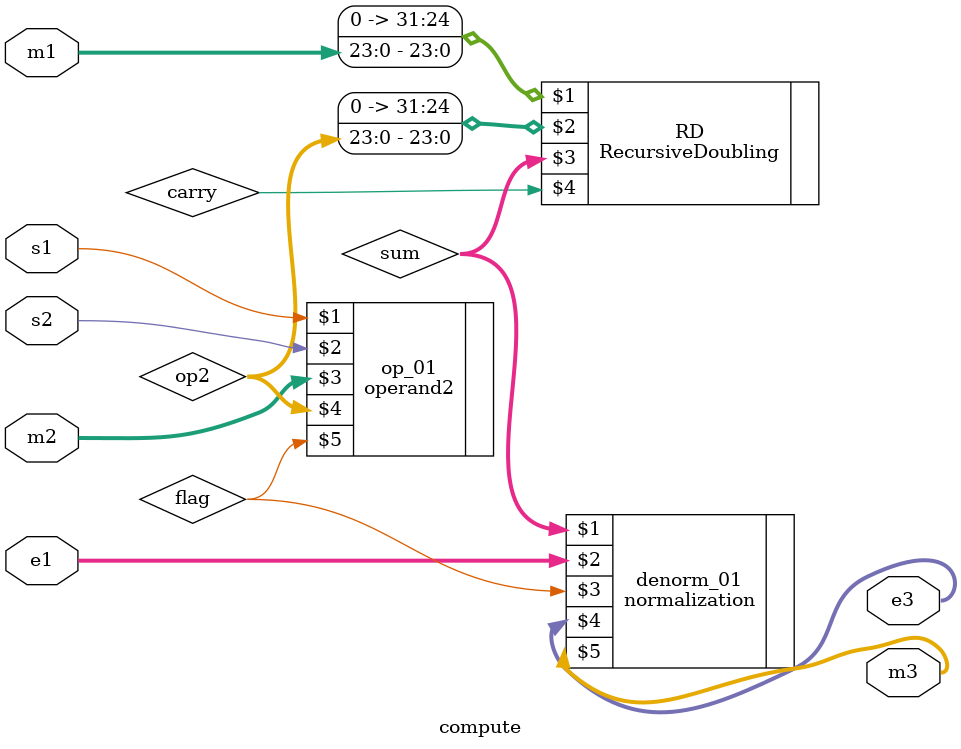
<source format=v>
/*
    Include the required files
*/
`include "recursiveDoublingAdder.v"
`include "operand2.v"
`include "normalization.v"

/*
    A module that computes the sum / difference of the two manissas and 
    outputs the normalized output mantissa and the exponent
*/
module compute (input s1, input s2, input [23:0] m1, input [23:0] m2, input [7:0] e1, output [22:0] m3, output [7:0] e3);

    /*
        Required registers and wires for the addition
    */
    wire [23:0] op2;
    wire [31:0] sum;
    wire carry, flag;

    /*
        Get the second operand
        For addition - Use the modified mantissa
        For subtraction - Use the 2's complement of the modified mantissa 
    */
    operand2 op_01 (s1, s2, m2, op2, flag);
    /*
        Recursive doubling of the modified mantissa 1 and operand 2
    */
    RecursiveDoubling RD ({{8{1'b0}}, m1}, {{8{1'b0}}, op2}, sum, carry);
    /*
        Normalize the output mantissa and the exponent 
    */
    normalization denorm_01 (sum, e1, flag, e3, m3);

endmodule

</source>
